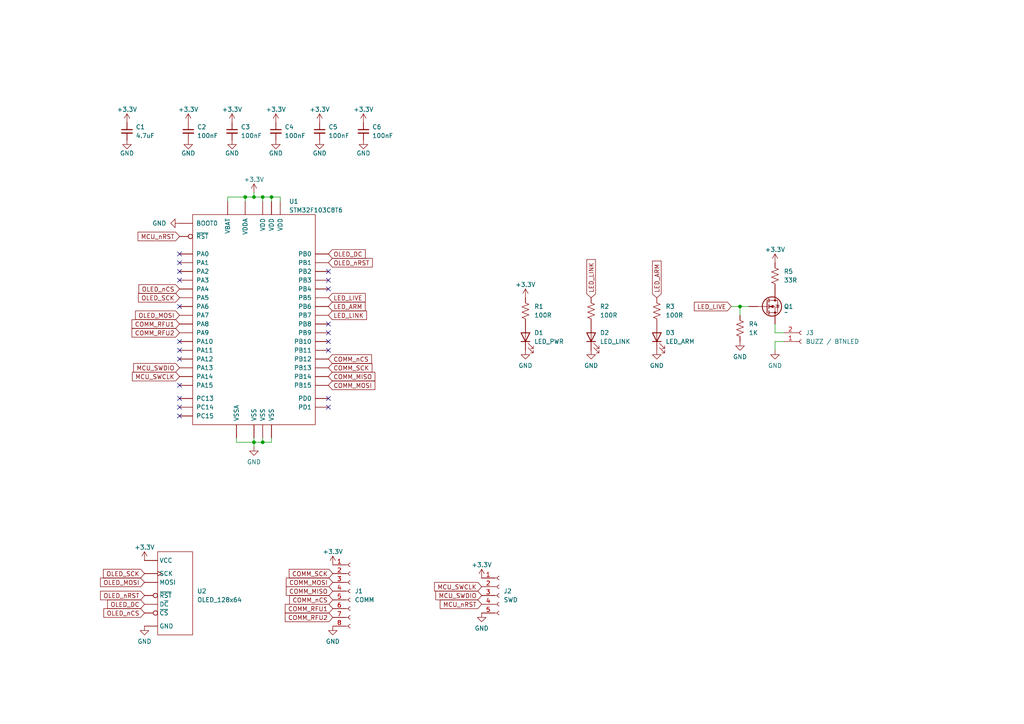
<source format=kicad_sch>
(kicad_sch (version 20211123) (generator eeschema)
  (paper "A4")
  (lib_symbols
    (symbol "Connector:Conn_01x02_Female" (pin_names (offset 1.016) hide)
      (property "Reference" "J" (at 0 2.54 0))
      (property "Value" "Conn_01x02_Female" (at 0 -5.08 0))
      (symbol "Conn_01x02_Female_1_1"
        (arc (start 0 -2.032) (mid -0.508 -2.54) (end 0 -3.048) (stroke (width 0.1524)))
        (polyline (pts (xy -1.27 -2.54) (xy -0.508 -2.54)) (stroke (width 0.1524)))
        (polyline (pts (xy -1.27 0) (xy -0.508 0)) (stroke (width 0.1524)))
        (arc (start 0 0.508) (mid -0.508 0) (end 0 -0.508) (stroke (width 0.1524)))
        (pin passive line (at -5.08 0 0) (length 3.81) (name "Pin_1") (number "1"))
        (pin passive line (at -5.08 -2.54 0) (length 3.81) (name "Pin_2") (number "2"))
      )
    )
    (symbol "Connector:Conn_01x05_Female" (pin_names (offset 1.016) hide)
      (property "Reference" "J" (at 0 7.62 0))
      (property "Value" "Conn_01x05_Female" (at 0 -7.62 0))
      (symbol "Conn_01x05_Female_1_1"
        (arc (start 0 -4.572) (mid -0.508 -5.08) (end 0 -5.588) (stroke (width 0.1524)))
        (arc (start 0 -2.032) (mid -0.508 -2.54) (end 0 -3.048) (stroke (width 0.1524)))
        (polyline (pts (xy -1.27 -5.08) (xy -0.508 -5.08)) (stroke (width 0.1524)))
        (polyline (pts (xy -1.27 -2.54) (xy -0.508 -2.54)) (stroke (width 0.1524)))
        (polyline (pts (xy -1.27 0) (xy -0.508 0)) (stroke (width 0.1524)))
        (polyline (pts (xy -1.27 2.54) (xy -0.508 2.54)) (stroke (width 0.1524)))
        (polyline (pts (xy -1.27 5.08) (xy -0.508 5.08)) (stroke (width 0.1524)))
        (arc (start 0 0.508) (mid -0.508 0) (end 0 -0.508) (stroke (width 0.1524)))
        (arc (start 0 3.048) (mid -0.508 2.54) (end 0 2.032) (stroke (width 0.1524)))
        (arc (start 0 5.588) (mid -0.508 5.08) (end 0 4.572) (stroke (width 0.1524)))
        (pin passive line (at -5.08 5.08 0) (length 3.81) (name "Pin_1") (number "1"))
        (pin passive line (at -5.08 2.54 0) (length 3.81) (name "Pin_2") (number "2"))
        (pin passive line (at -5.08 0 0) (length 3.81) (name "Pin_3") (number "3"))
        (pin passive line (at -5.08 -2.54 0) (length 3.81) (name "Pin_4") (number "4"))
        (pin passive line (at -5.08 -5.08 0) (length 3.81) (name "Pin_5") (number "5"))
      )
    )
    (symbol "Connector:Conn_01x08_Female" (pin_names (offset 1.016) hide)
      (property "Reference" "J" (at 0 10.16 0))
      (property "Value" "Conn_01x08_Female" (at 0 -12.7 0))
      (symbol "Conn_01x08_Female_1_1"
        (arc (start 0 -9.652) (mid -0.508 -10.16) (end 0 -10.668) (stroke (width 0.1524)))
        (arc (start 0 -7.112) (mid -0.508 -7.62) (end 0 -8.128) (stroke (width 0.1524)))
        (arc (start 0 -4.572) (mid -0.508 -5.08) (end 0 -5.588) (stroke (width 0.1524)))
        (arc (start 0 -2.032) (mid -0.508 -2.54) (end 0 -3.048) (stroke (width 0.1524)))
        (polyline (pts (xy -1.27 -10.16) (xy -0.508 -10.16)) (stroke (width 0.1524)))
        (polyline (pts (xy -1.27 -7.62) (xy -0.508 -7.62)) (stroke (width 0.1524)))
        (polyline (pts (xy -1.27 -5.08) (xy -0.508 -5.08)) (stroke (width 0.1524)))
        (polyline (pts (xy -1.27 -2.54) (xy -0.508 -2.54)) (stroke (width 0.1524)))
        (polyline (pts (xy -1.27 0) (xy -0.508 0)) (stroke (width 0.1524)))
        (polyline (pts (xy -1.27 2.54) (xy -0.508 2.54)) (stroke (width 0.1524)))
        (polyline (pts (xy -1.27 5.08) (xy -0.508 5.08)) (stroke (width 0.1524)))
        (polyline (pts (xy -1.27 7.62) (xy -0.508 7.62)) (stroke (width 0.1524)))
        (arc (start 0 0.508) (mid -0.508 0) (end 0 -0.508) (stroke (width 0.1524)))
        (arc (start 0 3.048) (mid -0.508 2.54) (end 0 2.032) (stroke (width 0.1524)))
        (arc (start 0 5.588) (mid -0.508 5.08) (end 0 4.572) (stroke (width 0.1524)))
        (arc (start 0 8.128) (mid -0.508 7.62) (end 0 7.112) (stroke (width 0.1524)))
        (pin passive line (at -5.08 7.62 0) (length 3.81) (name "Pin_1") (number "1"))
        (pin passive line (at -5.08 5.08 0) (length 3.81) (name "Pin_2") (number "2"))
        (pin passive line (at -5.08 2.54 0) (length 3.81) (name "Pin_3") (number "3"))
        (pin passive line (at -5.08 0 0) (length 3.81) (name "Pin_4") (number "4"))
        (pin passive line (at -5.08 -2.54 0) (length 3.81) (name "Pin_5") (number "5"))
        (pin passive line (at -5.08 -5.08 0) (length 3.81) (name "Pin_6") (number "6"))
        (pin passive line (at -5.08 -7.62 0) (length 3.81) (name "Pin_7") (number "7"))
        (pin passive line (at -5.08 -10.16 0) (length 3.81) (name "Pin_8") (number "8"))
      )
    )
    (symbol "Device:C_Small" (pin_numbers hide) (pin_names (offset 0.254) hide)
      (property "Reference" "C" (at 0.254 1.778 0))
      (property "Value" "C_Small" (at 0.254 -2.032 0))
      (symbol "C_Small_0_1"
        (polyline (pts (xy -1.524 -0.508) (xy 1.524 -0.508)) (stroke (width 0.3302)))
        (polyline (pts (xy -1.524 0.508) (xy 1.524 0.508)) (stroke (width 0.3048)))
      )
      (symbol "C_Small_1_1"
        (pin passive line (at 0 2.54 270) (length 2.032) (name "~") (number "1"))
        (pin passive line (at 0 -2.54 90) (length 2.032) (name "~") (number "2"))
      )
    )
    (symbol "Device:LED" (pin_numbers hide) (pin_names (offset 1.016) hide)
      (property "Reference" "D" (at 0 2.54 0))
      (property "Value" "LED" (at 0 -2.54 0))
      (symbol "LED_0_1"
        (polyline (pts (xy -1.27 -1.27) (xy -1.27 1.27)) (stroke (width 0.254)))
        (polyline (pts (xy -1.27 0) (xy 1.27 0)))
        (polyline (pts (xy 1.27 -1.27) (xy 1.27 1.27) (xy -1.27 0) (xy 1.27 -1.27)) (stroke (width 0.254)))
        (polyline (pts (xy -3.048 -0.762) (xy -4.572 -2.286) (xy -3.81 -2.286) (xy -4.572 -2.286) (xy -4.572 -1.524)))
        (polyline (pts (xy -1.778 -0.762) (xy -3.302 -2.286) (xy -2.54 -2.286) (xy -3.302 -2.286) (xy -3.302 -1.524)))
      )
      (symbol "LED_1_1"
        (pin passive line (at -3.81 0 0) (length 2.54) (name "K") (number "1"))
        (pin passive line (at 3.81 0 180) (length 2.54) (name "A") (number "2"))
      )
    )
    (symbol "Device:Q_NMOS_GSD" (pin_numbers hide) (pin_names (offset 0) hide)
      (property "Reference" "Q" (at 5.08 1.27 0))
      (property "Value" "Q_NMOS_GSD" (at 5.08 -1.27 0))
      (symbol "Q_NMOS_GSD_0_1"
        (polyline (pts (xy 0.254 0) (xy -2.54 0)))
        (polyline (pts (xy 0.254 1.905) (xy 0.254 -1.905)) (stroke (width 0.254)))
        (polyline (pts (xy 0.762 -1.27) (xy 0.762 -2.286)) (stroke (width 0.254)))
        (polyline (pts (xy 0.762 0.508) (xy 0.762 -0.508)) (stroke (width 0.254)))
        (polyline (pts (xy 0.762 2.286) (xy 0.762 1.27)) (stroke (width 0.254)))
        (polyline (pts (xy 2.54 2.54) (xy 2.54 1.778)))
        (polyline (pts (xy 2.54 -2.54) (xy 2.54 0) (xy 0.762 0)))
        (polyline (pts (xy 0.762 -1.778) (xy 3.302 -1.778) (xy 3.302 1.778) (xy 0.762 1.778)))
        (polyline (pts (xy 1.016 0) (xy 2.032 0.381) (xy 2.032 -0.381) (xy 1.016 0)) (fill (type outline)))
        (polyline (pts (xy 2.794 0.508) (xy 2.921 0.381) (xy 3.683 0.381) (xy 3.81 0.254)))
        (polyline (pts (xy 3.302 0.381) (xy 2.921 -0.254) (xy 3.683 -0.254) (xy 3.302 0.381)))
        (circle (center 1.651 0) (radius 2.794) (stroke (width 0.254)))
        (circle (center 2.54 -1.778) (radius 0.254) (fill (type outline)))
        (circle (center 2.54 1.778) (radius 0.254) (fill (type outline)))
      )
      (symbol "Q_NMOS_GSD_1_1"
        (pin input line (at -5.08 0 0) (length 2.54) (name "G") (number "1"))
        (pin passive line (at 2.54 -5.08 90) (length 2.54) (name "S") (number "2"))
        (pin passive line (at 2.54 5.08 270) (length 2.54) (name "D") (number "3"))
      )
    )
    (symbol "Device:R_US" (pin_numbers hide) (pin_names (offset 0))
      (property "Reference" "R" (at 2.54 0 90))
      (property "Value" "R_US" (at -2.54 0 90))
      (symbol "R_US_0_1"
        (polyline (pts (xy 0 -2.286) (xy 0 -2.54)))
        (polyline (pts (xy 0 2.286) (xy 0 2.54)))
        (polyline (pts (xy 0 -0.762) (xy 1.016 -1.143) (xy 0 -1.524) (xy -1.016 -1.905) (xy 0 -2.286)))
        (polyline (pts (xy 0 0.762) (xy 1.016 0.381) (xy 0 0) (xy -1.016 -0.381) (xy 0 -0.762)))
        (polyline (pts (xy 0 2.286) (xy 1.016 1.905) (xy 0 1.524) (xy -1.016 1.143) (xy 0 0.762)))
      )
      (symbol "R_US_1_1"
        (pin passive line (at 0 3.81 270) (length 1.27) (name "~") (number "1"))
        (pin passive line (at 0 -3.81 90) (length 1.27) (name "~") (number "2"))
      )
    )
    (symbol "RFP-Symbols:OLED_128x64" (pin_numbers hide)
      (property "Reference" "U" (at 0 16.51 0))
      (property "Value" "OLED_128x64" (at 0 13.97 0))
      (symbol "OLED_128x64_0_1"
        (rectangle (start -5.08 12.7) (end 5.08 -11.43) (stroke (width 0.1524)))
      )
      (symbol "OLED_128x64_1_1"
        (pin power_in line (at -8.89 -8.89 0) (length 3.81) (name "GND") (number "1"))
        (pin power_in line (at -8.89 10.16 0) (length 3.81) (name "VCC") (number "2"))
        (pin power_in clock (at -8.89 6.35 0) (length 3.81) (name "SCK") (number "3"))
        (pin input line (at -8.89 3.81 0) (length 3.81) (name "MOSI") (number "4"))
        (pin input inverted (at -8.89 0 0) (length 3.81) (name "~{RST}") (number "5"))
        (pin input line (at -8.89 -2.54 0) (length 3.81) (name "D~{C}") (number "6"))
        (pin input inverted (at -8.89 -5.08 0) (length 3.81) (name "~{CS}") (number "7"))
      )
    )
    (symbol "RFP-Symbols:STM32F103C8T6" (pin_numbers hide) (pin_names (offset 1.016))
      (property "Reference" "U" (at 0 1.27 0))
      (property "Value" "STM32F103C8T6" (at 0 -1.27 0))
      (symbol "STM32F103C8T6_0_1"
        (rectangle (start -17.78 30.48) (end 17.78 -30.48))
      )
      (symbol "STM32F103C8T6_1_1"
        (pin power_in line (at -7.62 34.29 270) (length 3.81) (name "VBAT") (number "1"))
        (pin bidirectional line (at -21.59 19.05 0) (length 3.81) (name "PA0") (number "10"))
        (pin bidirectional line (at -21.59 16.51 0) (length 3.81) (name "PA1") (number "11"))
        (pin bidirectional line (at -21.59 13.97 0) (length 3.81) (name "PA2") (number "12"))
        (pin bidirectional line (at -21.59 11.43 0) (length 3.81) (name "PA3") (number "13"))
        (pin bidirectional line (at -21.59 8.89 0) (length 3.81) (name "PA4") (number "14"))
        (pin bidirectional line (at -21.59 6.35 0) (length 3.81) (name "PA5") (number "15"))
        (pin bidirectional line (at -21.59 3.81 0) (length 3.81) (name "PA6") (number "16"))
        (pin bidirectional line (at -21.59 1.27 0) (length 3.81) (name "PA7") (number "17"))
        (pin bidirectional line (at 21.59 19.05 180) (length 3.81) (name "PB0") (number "18"))
        (pin bidirectional line (at 21.59 16.51 180) (length 3.81) (name "PB1") (number "19"))
        (pin bidirectional line (at -21.59 -22.86 0) (length 3.81) (name "PC13") (number "2"))
        (pin bidirectional line (at 21.59 13.97 180) (length 3.81) (name "PB2") (number "20"))
        (pin bidirectional line (at 21.59 -6.35 180) (length 3.81) (name "PB10") (number "21"))
        (pin bidirectional line (at 21.59 -8.89 180) (length 3.81) (name "PB11") (number "22"))
        (pin power_in line (at 0 -34.29 90) (length 3.81) (name "VSS") (number "23"))
        (pin power_in line (at 2.54 34.29 270) (length 3.81) (name "VDD") (number "24"))
        (pin bidirectional line (at 21.59 -11.43 180) (length 3.81) (name "PB12") (number "25"))
        (pin bidirectional line (at 21.59 -13.97 180) (length 3.81) (name "PB13") (number "26"))
        (pin bidirectional line (at 21.59 -16.51 180) (length 3.81) (name "PB14") (number "27"))
        (pin bidirectional line (at 21.59 -19.05 180) (length 3.81) (name "PB15") (number "28"))
        (pin bidirectional line (at -21.59 -1.27 0) (length 3.81) (name "PA8") (number "29"))
        (pin bidirectional line (at -21.59 -25.4 0) (length 3.81) (name "PC14") (number "3"))
        (pin bidirectional line (at -21.59 -3.81 0) (length 3.81) (name "PA9") (number "30"))
        (pin bidirectional line (at -21.59 -6.35 0) (length 3.81) (name "PA10") (number "31"))
        (pin bidirectional line (at -21.59 -8.89 0) (length 3.81) (name "PA11") (number "32"))
        (pin bidirectional line (at -21.59 -11.43 0) (length 3.81) (name "PA12") (number "33"))
        (pin bidirectional line (at -21.59 -13.97 0) (length 3.81) (name "PA13") (number "34"))
        (pin power_in line (at 2.54 -34.29 90) (length 3.81) (name "VSS") (number "35"))
        (pin power_in line (at 5.08 34.29 270) (length 3.81) (name "VDD") (number "36"))
        (pin bidirectional line (at -21.59 -16.51 0) (length 3.81) (name "PA14") (number "37"))
        (pin bidirectional line (at -21.59 -19.05 0) (length 3.81) (name "PA15") (number "38"))
        (pin bidirectional line (at 21.59 11.43 180) (length 3.81) (name "PB3") (number "39"))
        (pin bidirectional line (at -21.59 -27.94 0) (length 3.81) (name "PC15") (number "4"))
        (pin bidirectional line (at 21.59 8.89 180) (length 3.81) (name "PB4") (number "40"))
        (pin bidirectional line (at 21.59 6.35 180) (length 3.81) (name "PB5") (number "41"))
        (pin bidirectional line (at 21.59 3.81 180) (length 3.81) (name "PB6") (number "42"))
        (pin bidirectional line (at 21.59 1.27 180) (length 3.81) (name "PB7") (number "43"))
        (pin input line (at -21.59 27.94 0) (length 3.81) (name "BOOT0") (number "44"))
        (pin bidirectional line (at 21.59 -1.27 180) (length 3.81) (name "PB8") (number "45"))
        (pin bidirectional line (at 21.59 -3.81 180) (length 3.81) (name "PB9") (number "46"))
        (pin power_in line (at 5.08 -34.29 90) (length 3.81) (name "VSS") (number "47"))
        (pin power_in line (at 7.62 34.29 270) (length 3.81) (name "VDD") (number "48"))
        (pin bidirectional line (at 21.59 -22.86 180) (length 3.81) (name "PD0") (number "5"))
        (pin bidirectional line (at 21.59 -25.4 180) (length 3.81) (name "PD1") (number "6"))
        (pin input inverted (at -21.59 24.13 0) (length 3.81) (name "~{RST}") (number "7"))
        (pin power_in line (at -5.08 -34.29 90) (length 3.81) (name "VSSA") (number "8"))
        (pin power_in line (at -2.54 34.29 270) (length 3.81) (name "VDDA") (number "9"))
      )
    )
    (symbol "power:+3.3V" (power) (pin_names (offset 0))
      (property "Value" "+3.3V" (at 0 3.556 0))
      (symbol "+3.3V_0_1"
        (polyline (pts (xy -0.762 1.27) (xy 0 2.54)))
        (polyline (pts (xy 0 0) (xy 0 2.54)))
        (polyline (pts (xy 0 2.54) (xy 0.762 1.27)))
      )
      (symbol "+3.3V_1_1"
        (pin power_in line (at 0 0 90) (length 0) hide (name "+3.3V") (number "1"))
      )
    )
    (symbol "power:GND" (power) (pin_names (offset 0))
      (property "Value" "GND" (at 0 -3.81 0))
      (symbol "GND_0_1"
        (polyline (pts (xy 0 0) (xy 0 -1.27) (xy 1.27 -1.27) (xy 0 -2.54) (xy -1.27 -1.27) (xy 0 -1.27)))
      )
      (symbol "GND_1_1"
        (pin power_in line (at 0 0 270) (length 0) hide (name "GND") (number "1"))
      )
    )
  )
  (junction (at 78.74 57.15))
  (junction (at 76.2 57.15))
  (junction (at 71.12 57.15))
  (junction (at 214.63 88.9))
  (junction (at 73.66 57.15))
  (junction (at 73.66 128.27))
  (junction (at 76.2 128.27))
  (no_connect (at 52.07 73.66))
  (no_connect (at 52.07 76.2))
  (no_connect (at 52.07 118.11))
  (no_connect (at 52.07 120.65))
  (no_connect (at 95.25 81.28))
  (no_connect (at 95.25 78.74))
  (no_connect (at 52.07 111.76))
  (no_connect (at 52.07 99.06))
  (no_connect (at 52.07 101.6))
  (no_connect (at 52.07 104.14))
  (no_connect (at 95.25 115.57))
  (no_connect (at 95.25 118.11))
  (no_connect (at 95.25 101.6))
  (no_connect (at 52.07 81.28))
  (no_connect (at 52.07 88.9))
  (no_connect (at 52.07 115.57))
  (no_connect (at 52.07 78.74))
  (no_connect (at 95.25 83.82))
  (no_connect (at 95.25 99.06))
  (no_connect (at 95.25 96.52))
  (no_connect (at 95.25 93.98))
  (wire (pts (xy 78.74 127) (xy 78.74 128.27)))
  (wire (pts (xy 227.33 99.06) (xy 224.79 99.06)))
  (wire (pts (xy 68.58 128.27) (xy 73.66 128.27)))
  (wire (pts (xy 73.66 128.27) (xy 73.66 129.54)))
  (wire (pts (xy 78.74 57.15) (xy 81.28 57.15)))
  (wire (pts (xy 214.63 88.9) (xy 217.17 88.9)))
  (wire (pts (xy 212.09 88.9) (xy 214.63 88.9)))
  (wire (pts (xy 73.66 128.27) (xy 76.2 128.27)))
  (wire (pts (xy 66.04 58.42) (xy 66.04 57.15)))
  (wire (pts (xy 76.2 57.15) (xy 76.2 58.42)))
  (wire (pts (xy 214.63 88.9) (xy 214.63 91.44)))
  (wire (pts (xy 76.2 128.27) (xy 78.74 128.27)))
  (wire (pts (xy 71.12 57.15) (xy 73.66 57.15)))
  (wire (pts (xy 224.79 99.06) (xy 224.79 101.6)))
  (wire (pts (xy 73.66 57.15) (xy 76.2 57.15)))
  (wire (pts (xy 68.58 127) (xy 68.58 128.27)))
  (wire (pts (xy 224.79 96.52) (xy 224.79 93.98)))
  (wire (pts (xy 73.66 55.88) (xy 73.66 57.15)))
  (wire (pts (xy 71.12 57.15) (xy 71.12 58.42)))
  (wire (pts (xy 227.33 96.52) (xy 224.79 96.52)))
  (wire (pts (xy 73.66 127) (xy 73.66 128.27)))
  (wire (pts (xy 76.2 57.15) (xy 78.74 57.15)))
  (wire (pts (xy 76.2 127) (xy 76.2 128.27)))
  (wire (pts (xy 78.74 57.15) (xy 78.74 58.42)))
  (wire (pts (xy 81.28 57.15) (xy 81.28 58.42)))
  (wire (pts (xy 66.04 57.15) (xy 71.12 57.15)))
  (global_label "OLED_MOSI" (shape input) (at 52.07 91.44 180) (property "Intersheet References" "${INTERSHEET_REFS}" (effects hide)))
  (global_label "COMM_MOSI" (shape input) (at 95.25 111.76 0) (property "Intersheet References" "${INTERSHEET_REFS}" (effects hide)))
  (global_label "COMM_RFU2" (shape input) (at 96.52 179.07 180) (property "Intersheet References" "${INTERSHEET_REFS}" (effects hide)))
  (global_label "OLED_nCS" (shape input) (at 52.07 83.82 180) (property "Intersheet References" "${INTERSHEET_REFS}" (effects hide)))
  (global_label "COMM_SCK" (shape input) (at 96.52 166.37 180) (property "Intersheet References" "${INTERSHEET_REFS}" (effects hide)))
  (global_label "LED_LINK" (shape input) (at 95.25 91.44 0) (property "Intersheet References" "${INTERSHEET_REFS}" (effects hide)))
  (global_label "OLED_DC" (shape input) (at 95.25 73.66 0) (property "Intersheet References" "${INTERSHEET_REFS}" (effects hide)))
  (global_label "COMM_MOSI" (shape input) (at 96.52 168.91 180) (property "Intersheet References" "${INTERSHEET_REFS}" (effects hide)))
  (global_label "COMM_nCS" (shape input) (at 96.52 173.99 180) (property "Intersheet References" "${INTERSHEET_REFS}" (effects hide)))
  (global_label "COMM_RFU1" (shape input) (at 52.07 93.98 180) (property "Intersheet References" "${INTERSHEET_REFS}" (effects hide)))
  (global_label "MCU_nRST" (shape input) (at 139.7 175.26 180) (property "Intersheet References" "${INTERSHEET_REFS}" (effects hide)))
  (global_label "OLED_DC" (shape input) (at 41.91 175.26 180) (property "Intersheet References" "${INTERSHEET_REFS}" (effects hide)))
  (global_label "OLED_nCS" (shape input) (at 41.91 177.8 180) (property "Intersheet References" "${INTERSHEET_REFS}" (effects hide)))
  (global_label "LED_ARM" (shape input) (at 95.25 88.9 0) (property "Intersheet References" "${INTERSHEET_REFS}" (effects hide)))
  (global_label "COMM_MISO" (shape input) (at 96.52 171.45 180) (property "Intersheet References" "${INTERSHEET_REFS}" (effects hide)))
  (global_label "MCU_SWCLK" (shape input) (at 139.7 170.18 180) (property "Intersheet References" "${INTERSHEET_REFS}" (effects hide)))
  (global_label "MCU_SWCLK" (shape input) (at 52.07 109.22 180) (property "Intersheet References" "${INTERSHEET_REFS}" (effects hide)))
  (global_label "MCU_nRST" (shape input) (at 52.07 68.58 180) (property "Intersheet References" "${INTERSHEET_REFS}" (effects hide)))
  (global_label "COMM_MISO" (shape input) (at 95.25 109.22 0) (property "Intersheet References" "${INTERSHEET_REFS}" (effects hide)))
  (global_label "MCU_SWDIO" (shape input) (at 139.7 172.72 180) (property "Intersheet References" "${INTERSHEET_REFS}" (effects hide)))
  (global_label "COMM_RFU2" (shape input) (at 52.07 96.52 180) (property "Intersheet References" "${INTERSHEET_REFS}" (effects hide)))
  (global_label "OLED_SCK" (shape input) (at 52.07 86.36 180) (property "Intersheet References" "${INTERSHEET_REFS}" (effects hide)))
  (global_label "OLED_nRST" (shape input) (at 95.25 76.2 0) (property "Intersheet References" "${INTERSHEET_REFS}" (effects hide)))
  (global_label "OLED_nRST" (shape input) (at 41.91 172.72 180) (property "Intersheet References" "${INTERSHEET_REFS}" (effects hide)))
  (global_label "LED_ARM" (shape input) (at 190.5 86.36 90) (property "Intersheet References" "${INTERSHEET_REFS}" (effects hide)))
  (global_label "OLED_SCK" (shape input) (at 41.91 166.37 180) (property "Intersheet References" "${INTERSHEET_REFS}" (effects hide)))
  (global_label "COMM_nCS" (shape input) (at 95.25 104.14 0) (property "Intersheet References" "${INTERSHEET_REFS}" (effects hide)))
  (global_label "LED_LIVE" (shape input) (at 95.25 86.36 0) (property "Intersheet References" "${INTERSHEET_REFS}" (effects hide)))
  (global_label "OLED_MOSI" (shape input) (at 41.91 168.91 180) (property "Intersheet References" "${INTERSHEET_REFS}" (effects hide)))
  (global_label "LED_LINK" (shape input) (at 171.45 86.36 90) (property "Intersheet References" "${INTERSHEET_REFS}" (effects hide)))
  (global_label "MCU_SWDIO" (shape input) (at 52.07 106.68 180) (property "Intersheet References" "${INTERSHEET_REFS}" (effects hide)))
  (global_label "COMM_SCK" (shape input) (at 95.25 106.68 0) (property "Intersheet References" "${INTERSHEET_REFS}" (effects hide)))
  (global_label "COMM_RFU1" (shape input) (at 96.52 176.53 180) (property "Intersheet References" "${INTERSHEET_REFS}" (effects hide)))
  (global_label "LED_LIVE" (shape input) (at 212.09 88.9 180) (property "Intersheet References" "${INTERSHEET_REFS}" (effects hide)))
  (symbol (lib_id "Device:R_US") (at 214.63 95.25 0) (unit 1)
    (property "Reference" "R4" (at 217.17 93.98 0) (effects (justify left)))
    (property "Value" "1K" (at 217.17 96.52 0) (effects (justify left)))
    (property "Footprint" "Resistor_SMD:R_0402_1005Metric" (effects hide))
    (property "Manufacturer" "Generic" (effects hide))
    (property "Part#" "Generic 1K 0402 Resistor" (effects hide))
  )
  (symbol (lib_id "power:GND") (at 139.7 177.8 0) (unit 1)
    (property "Reference" "#PWR0121" (effects hide))
    (property "Value" "GND" (at 139.7 182.2434 0))
  )
  (symbol (lib_id "Device:R_US") (at 171.45 90.17 0) (unit 1)
    (property "Reference" "R2" (at 173.99 88.9 0) (effects (justify left)))
    (property "Value" "100R" (at 173.99 91.44 0) (effects (justify left)))
    (property "Footprint" "Resistor_SMD:R_0402_1005Metric" (effects hide))
    (property "Manufacturer" "Generic" (effects hide))
    (property "Part#" "Generic 100R 0402 Resistor" (effects hide))
  )
  (symbol (lib_id "power:+3.3V") (at 36.83 35.56 0) (unit 1)
    (property "Reference" "#PWR01" (effects hide))
    (property "Value" "+3.3V" (at 36.83 31.75 0))
  )
  (symbol (lib_id "Device:LED") (at 190.5 97.79 90) (unit 1)
    (property "Reference" "D3" (at 193.04 96.52 90) (effects (justify right)))
    (property "Value" "LED_ARM" (at 193.04 99.06 90) (effects (justify right)))
    (property "Footprint" "LED_SMD:LED_0603_1608Metric" (effects hide))
    (property "Manufacturer" "Generic" (effects hide))
    (property "Part#" "Generic Red 0603 LED" (effects hide))
  )
  (symbol (lib_id "power:GND") (at 54.61 40.64 0) (unit 1)
    (property "Reference" "#PWR0127" (effects hide))
    (property "Value" "GND" (at 54.61 44.45 0))
  )
  (symbol (lib_id "power:GND") (at 80.01 40.64 0) (unit 1)
    (property "Reference" "#PWR0111" (effects hide))
    (property "Value" "GND" (at 80.01 44.45 0))
  )
  (symbol (lib_id "Device:C_Small") (at 105.41 38.1 0) (unit 1)
    (property "Reference" "C6" (at 107.95 36.83 0) (effects (justify left)))
    (property "Value" "100nF" (at 107.95 39.37 0) (effects (justify left)))
    (property "Footprint" "Capacitor_SMD:C_0402_1005Metric" (effects hide))
    (property "Manufacturer" "Generic" (effects hide))
    (property "Part#" "Generic 100nF 6.3V 0402 X7R MLCC" (effects hide))
  )
  (symbol (lib_id "power:GND") (at 171.45 101.6 0) (unit 1)
    (property "Reference" "#PWR0118" (effects hide))
    (property "Value" "GND" (at 171.45 106.0434 0))
  )
  (symbol (lib_id "power:+3.3V") (at 92.71 35.56 0) (unit 1)
    (property "Reference" "#PWR06" (effects hide))
    (property "Value" "+3.3V" (at 92.71 31.75 0))
  )
  (symbol (lib_id "RFP-Symbols:OLED_128x64") (at 50.8 172.72 0) (unit 1)
    (property "Reference" "U2" (at 57.15 171.45 0) (effects (justify left)))
    (property "Value" "OLED_128x64" (at 57.15 173.99 0) (effects (justify left)))
    (property "Footprint" "RFP-Footprints:OLED_128x64" (effects hide))
  )
  (symbol (lib_id "power:GND") (at 152.4 101.6 0) (unit 1)
    (property "Reference" "#PWR0122" (effects hide))
    (property "Value" "GND" (at 152.4 106.0434 0))
  )
  (symbol (lib_id "power:GND") (at 36.83 40.64 0) (unit 1)
    (property "Reference" "#PWR0128" (effects hide))
    (property "Value" "GND" (at 36.83 44.45 0))
  )
  (symbol (lib_id "power:+3.3V") (at 105.41 35.56 0) (unit 1)
    (property "Reference" "#PWR07" (effects hide))
    (property "Value" "+3.3V" (at 105.41 31.75 0))
  )
  (symbol (lib_id "power:+3.3V") (at 67.31 35.56 0) (unit 1)
    (property "Reference" "#PWR03" (effects hide))
    (property "Value" "+3.3V" (at 67.31 31.75 0))
  )
  (symbol (lib_id "power:+3.3V") (at 96.52 163.83 0) (unit 1)
    (property "Reference" "#PWR09" (effects hide))
    (property "Value" "+3.3V" (at 96.52 160.02 0))
  )
  (symbol (lib_id "power:GND") (at 105.41 40.64 0) (unit 1)
    (property "Reference" "#PWR0107" (effects hide))
    (property "Value" "GND" (at 105.41 44.45 0))
  )
  (symbol (lib_id "Device:C_Small") (at 67.31 38.1 0) (unit 1)
    (property "Reference" "C3" (at 69.85 36.83 0) (effects (justify left)))
    (property "Value" "100nF" (at 69.85 39.37 0) (effects (justify left)))
    (property "Footprint" "Capacitor_SMD:C_0402_1005Metric" (effects hide))
    (property "Manufacturer" "Generic" (effects hide))
    (property "Part#" "Generic 100nF 6.3V 0402 X7R MLCC" (effects hide))
  )
  (symbol (lib_id "power:GND") (at 92.71 40.64 0) (unit 1)
    (property "Reference" "#PWR0108" (effects hide))
    (property "Value" "GND" (at 92.71 44.45 0))
  )
  (symbol (lib_id "Device:LED") (at 152.4 97.79 90) (unit 1)
    (property "Reference" "D1" (at 154.94 96.52 90) (effects (justify right)))
    (property "Value" "LED_PWR" (at 154.94 99.06 90) (effects (justify right)))
    (property "Footprint" "LED_SMD:LED_0603_1608Metric" (effects hide))
    (property "Manufacturer" "Generic" (effects hide))
    (property "Part#" "Generic Red 0603 LED" (effects hide))
  )
  (symbol (lib_id "power:+3.3V") (at 224.79 76.2 0) (unit 1)
    (property "Reference" "#PWR013" (effects hide))
    (property "Value" "+3.3V" (at 224.79 72.39 0))
  )
  (symbol (lib_id "Device:C_Small") (at 92.71 38.1 0) (unit 1)
    (property "Reference" "C5" (at 95.25 36.83 0) (effects (justify left)))
    (property "Value" "100nF" (at 95.25 39.37 0) (effects (justify left)))
    (property "Footprint" "Capacitor_SMD:C_0402_1005Metric" (effects hide))
    (property "Manufacturer" "Generic" (effects hide))
    (property "Part#" "Generic 100nF 6.3V 0402 X7R MLCC" (effects hide))
  )
  (symbol (lib_id "power:+3.3V") (at 54.61 35.56 0) (unit 1)
    (property "Reference" "#PWR02" (effects hide))
    (property "Value" "+3.3V" (at 54.61 31.75 0))
  )
  (symbol (lib_id "Connector:Conn_01x08_Female") (at 101.6 171.45 0) (unit 1)
    (property "Reference" "J1" (at 102.87 171.45 0) (effects (justify left)))
    (property "Value" "COMM" (at 102.87 173.99 0) (effects (justify left)))
    (property "Footprint" "Connector_Hirose:Hirose_DF52-8S-0.8H_1x08-1MP_P0.80mm_Horizontal" (effects hide))
    (property "Manufacturer" "Hirose" (effects hide))
    (property "Part#" "DF52-8S-0.8H" (effects hide))
  )
  (symbol (lib_id "power:+3.3V") (at 73.66 55.88 0) (unit 1)
    (property "Reference" "#PWR04" (effects hide))
    (property "Value" "+3.3V" (at 73.66 52.07 0))
  )
  (symbol (lib_id "Device:C_Small") (at 36.83 38.1 0) (unit 1)
    (property "Reference" "C1" (at 39.37 36.83 0) (effects (justify left)))
    (property "Value" "4.7uF" (at 39.37 39.37 0) (effects (justify left)))
    (property "Footprint" "Capacitor_SMD:C_0603_1608Metric" (effects hide))
    (property "Manufacturer" "Generic" (effects hide))
    (property "Part#" "Generic 4.7uF 6.3V 0603 X7R MLCC" (effects hide))
  )
  (symbol (lib_id "power:GND") (at 41.91 181.61 0) (unit 1)
    (property "Reference" "#PWR0116" (effects hide))
    (property "Value" "GND" (at 41.91 186.0534 0))
  )
  (symbol (lib_id "power:GND") (at 96.52 181.61 0) (unit 1)
    (property "Reference" "#PWR0113" (effects hide))
    (property "Value" "GND" (at 96.52 186.0534 0))
  )
  (symbol (lib_id "power:+3.3V") (at 41.91 162.56 0) (unit 1)
    (property "Reference" "#PWR08" (effects hide))
    (property "Value" "+3.3V" (at 41.91 158.75 0))
  )
  (symbol (lib_id "RFP-Symbols:STM32F103C8T6") (at 73.66 92.71 0) (unit 1)
    (property "Reference" "U1" (at 83.82 58.42 0) (effects (justify left)))
    (property "Value" "STM32F103C8T6" (at 83.82 60.96 0) (effects (justify left)))
    (property "Footprint" "Package_QFP:LQFP-48_7x7mm_P0.5mm" (effects hide))
    (property "Manufacturer" "ST" (effects hide))
    (property "Part#" "STM32F103C8T6" (effects hide))
  )
  (symbol (lib_id "Device:C_Small") (at 54.61 38.1 0) (unit 1)
    (property "Reference" "C2" (at 57.15 36.83 0) (effects (justify left)))
    (property "Value" "100nF" (at 57.15 39.37 0) (effects (justify left)))
    (property "Footprint" "Capacitor_SMD:C_0402_1005Metric" (effects hide))
    (property "Manufacturer" "Generic" (effects hide))
    (property "Part#" "Generic 100nF 6.3V 0402 X7R MLCC" (effects hide))
  )
  (symbol (lib_id "Device:Q_NMOS_GSD") (at 222.25 88.9 0) (unit 1)
    (property "Reference" "Q1" (at 227.33 88.9 0) (effects (justify left)))
    (property "Value" "~" (at 227.457 90.6022 0) (effects (justify left)))
    (property "Footprint" "Package_TO_SOT_SMD:SOT-23" (effects hide))
    (property "Manufacturer" "Generic" (effects hide))
    (property "Part#" "Generic SOT-23 N-MOSFET" (effects hide))
  )
  (symbol (lib_id "Device:R_US") (at 152.4 90.17 0) (unit 1)
    (property "Reference" "R1" (at 154.94 88.9 0) (effects (justify left)))
    (property "Value" "100R" (at 154.94 91.44 0) (effects (justify left)))
    (property "Footprint" "Resistor_SMD:R_0402_1005Metric" (effects hide))
    (property "Manufacturer" "Generic" (effects hide))
    (property "Part#" "Generic 100R 0402 Resistor" (effects hide))
  )
  (symbol (lib_id "Device:C_Small") (at 80.01 38.1 0) (unit 1)
    (property "Reference" "C4" (at 82.55 36.83 0) (effects (justify left)))
    (property "Value" "100nF" (at 82.55 39.37 0) (effects (justify left)))
    (property "Footprint" "Capacitor_SMD:C_0402_1005Metric" (effects hide))
    (property "Manufacturer" "Generic" (effects hide))
    (property "Part#" "Generic 100nF 6.3V 0402 X7R MLCC" (effects hide))
  )
  (symbol (lib_id "Device:R_US") (at 190.5 90.17 0) (unit 1)
    (property "Reference" "R3" (at 193.04 88.9 0) (effects (justify left)))
    (property "Value" "100R" (at 193.04 91.44 0) (effects (justify left)))
    (property "Footprint" "Resistor_SMD:R_0402_1005Metric" (effects hide))
    (property "Manufacturer" "Generic" (effects hide))
    (property "Part#" "Generic 100R 0402 Resistor" (effects hide))
  )
  (symbol (lib_id "power:+3.3V") (at 80.01 35.56 0) (unit 1)
    (property "Reference" "#PWR05" (effects hide))
    (property "Value" "+3.3V" (at 80.01 31.75 0))
  )
  (symbol (lib_id "Device:LED") (at 171.45 97.79 90) (unit 1)
    (property "Reference" "D2" (at 173.99 96.52 90) (effects (justify right)))
    (property "Value" "LED_LINK" (at 173.99 99.06 90) (effects (justify right)))
    (property "Footprint" "LED_SMD:LED_0603_1608Metric" (effects hide))
    (property "Manufacturer" "Generic" (effects hide))
    (property "Part#" "Generic Green 0603 LED" (effects hide))
  )
  (symbol (lib_id "Device:R_US") (at 224.79 80.01 0) (unit 1)
    (property "Reference" "R5" (at 227.33 78.74 0) (effects (justify left)))
    (property "Value" "33R" (at 227.33 81.28 0) (effects (justify left)))
    (property "Footprint" "Resistor_SMD:R_0402_1005Metric" (effects hide))
    (property "Manufacturer" "Generic" (effects hide))
    (property "Part#" "Generic 33R 0402 Resistor" (effects hide))
  )
  (symbol (lib_id "power:GND") (at 214.63 99.06 0) (unit 1)
    (property "Reference" "#PWR012" (effects hide))
    (property "Value" "GND" (at 214.63 103.5034 0))
  )
  (symbol (lib_id "Connector:Conn_01x02_Female") (at 232.41 99.06 0) (mirror x) (unit 1)
    (property "Reference" "J3" (at 233.68 96.52 0) (effects (justify left)))
    (property "Value" "BUZZ / BTNLED" (at 233.68 99.06 0) (effects (justify left)))
    (property "Footprint" "Buzzer_Beeper:Buzzer_Murata_PKMCS0909E" (effects hide))
  )
  (symbol (lib_id "power:GND") (at 73.66 129.54 0) (unit 1)
    (property "Reference" "#PWR0102" (effects hide))
    (property "Value" "GND" (at 73.66 133.9834 0))
  )
  (symbol (lib_id "power:GND") (at 67.31 40.64 0) (unit 1)
    (property "Reference" "#PWR0126" (effects hide))
    (property "Value" "GND" (at 67.31 44.45 0))
  )
  (symbol (lib_id "power:+3.3V") (at 152.4 86.36 0) (unit 1)
    (property "Reference" "#PWR011" (effects hide))
    (property "Value" "+3.3V" (at 152.4 82.55 0))
  )
  (symbol (lib_id "power:GND") (at 190.5 101.6 0) (unit 1)
    (property "Reference" "#PWR0114" (effects hide))
    (property "Value" "GND" (at 190.5 106.0434 0))
  )
  (symbol (lib_id "power:GND") (at 224.79 101.6 0) (unit 1)
    (property "Reference" "#PWR014" (effects hide))
    (property "Value" "GND" (at 224.79 106.0434 0))
  )
  (symbol (lib_id "power:+3.3V") (at 139.7 167.64 0) (unit 1)
    (property "Reference" "#PWR010" (effects hide))
    (property "Value" "+3.3V" (at 139.7 163.83 0))
  )
  (symbol (lib_id "Connector:Conn_01x05_Female") (at 144.78 172.72 0) (unit 1)
    (property "Reference" "J2" (at 146.05 171.45 0) (effects (justify left)))
    (property "Value" "SWD" (at 146.05 173.99 0) (effects (justify left)))
    (property "Footprint" "Connector_Hirose:Hirose_DF52-5S-0.8H_1x05-1MP_P0.80mm_Horizontal" (effects hide))
    (property "Manufacturer" "Hirose" (effects hide))
    (property "Part#" "DF52-5S-0.8H" (effects hide))
  )
  (symbol (lib_id "power:GND") (at 52.07 64.77 270) (unit 1)
    (property "Reference" "#PWR0101" (effects hide))
    (property "Value" "GND" (at 48.26 64.77 90) (effects (justify right)))
  )
)
</source>
